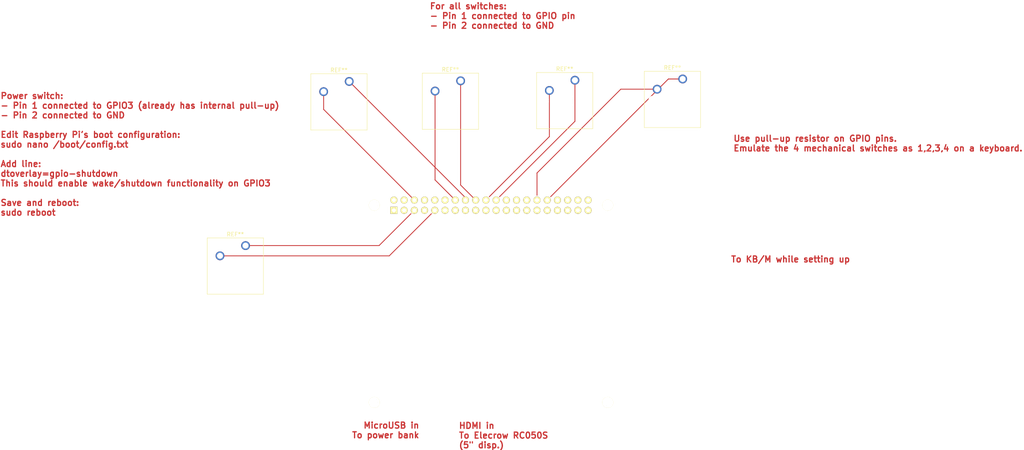
<source format=kicad_pcb>
(kicad_pcb (version 20240108) (generator "pcbnew") (generator_version "8.0")
  (layers (0 "F.Cu" signal) (31 "B.Cu" signal) (34 "B.Paste" user) (35 "F.Paste" user) (36 "B.SilkS" user "B.Silkscreen") (37 "F.SilkS" user "F.Silkscreen") (38 "B.Mask" user) (39 "F.Mask" user) (44 "Edge.Cuts" user))
  (net 0 "")
  (footprint "Button_Switch_Keyboard:SW_Cherry_MX_1.00u_PCB" (layer "F.Cu") (at 161.8488 43.942)
    (property "Reference" "REF**" (at -2.54 -2.794 0) (layer "F.SilkS"))
    (property "Value" "SW_Cherry_MX_1.00u_PCB")
    (fp_line (start -9.525 -1.905) (end 4.445 -1.905) (stroke (width 0.12)) (layer "F.SilkS"))
    (fp_line (start -9.525 12.065) (end -9.525 -1.905) (stroke (width 0.12)) (layer "F.SilkS"))
    (fp_line (start 4.445 -1.905) (end 4.445 12.065) (stroke (width 0.12)) (layer "F.SilkS"))
    (fp_line (start 4.445 12.065) (end -9.525 12.065) (stroke (width 0.12)) (layer "F.SilkS"))
    (pad "" np_thru_hole circle (at -7.62 5.08) (size 1.7 1.7) (drill 1.7) (layers "*.Cu" "*.Mask"))
    (pad "" np_thru_hole circle (at -2.54 5.08) (size 4 4) (drill 4) (layers "*.Cu" "*.Mask"))
    (pad "" np_thru_hole circle (at 2.54 5.08) (size 1.7 1.7) (drill 1.7) (layers "*.Cu" "*.Mask"))
    (pad "1" thru_hole circle (at 0 0) (size 2.2 2.2) (drill 1.5) (layers "*.Cu" "*.Mask"))
    (pad "2" thru_hole circle (at -6.35 2.54) (size 2.2 2.2) (drill 1.5) (layers "*.Cu" "*.Mask"))
  )
  (footprint "RaspberryPi4:raspberrypi_2_3" (layer "F.Cu") (at 141 75)
    (property "Reference" "RP?")
    (property "Value" "Raspberry_Pi_2_3")
    (pad "" np_thru_hole circle (at -29 0) (size 2.75 2.75) (drill 2.75) (layers "*.Cu" "*.Mask" "F.SilkS"))
    (pad "" np_thru_hole circle (at -29 49) (size 2.75 2.75) (drill 2.75) (layers "*.Cu" "*.Mask" "F.SilkS"))
    (pad "" np_thru_hole circle (at 29 0) (size 2.75 2.75) (drill 2.75) (layers "*.Cu" "*.Mask" "F.SilkS"))
    (pad "" np_thru_hole circle (at 29 49) (size 2.75 2.75) (drill 2.75) (layers "*.Cu" "*.Mask" "F.SilkS"))
    (pad "1" thru_hole rect (at -24.13 1.27) (size 1.75 1.75) (drill 1.016) (layers "*.Cu" "*.Mask" "F.SilkS"))
    (pad "2" thru_hole circle (at -24.13 -1.27) (size 1.75 1.75) (drill 1.016) (layers "*.Cu" "*.Mask" "F.SilkS"))
    (pad "3" thru_hole circle (at -21.59 1.27) (size 1.75 1.75) (drill 1.016) (layers "*.Cu" "*.Mask" "F.SilkS"))
    (pad "4" thru_hole circle (at -21.59 -1.27) (size 1.75 1.75) (drill 1.016) (layers "*.Cu" "*.Mask" "F.SilkS"))
    (pad "5" thru_hole circle (at -19.05 1.27) (size 1.75 1.75) (drill 1.016) (layers "*.Cu" "*.Mask" "F.SilkS"))
    (pad "6" thru_hole circle (at -19.05 -1.27) (size 1.75 1.75) (drill 1.016) (layers "*.Cu" "*.Mask" "F.SilkS"))
    (pad "7" thru_hole circle (at -16.51 1.27) (size 1.75 1.75) (drill 1.016) (layers "*.Cu" "*.Mask" "F.SilkS"))
    (pad "8" thru_hole circle (at -16.51 -1.27) (size 1.75 1.75) (drill 1.016) (layers "*.Cu" "*.Mask" "F.SilkS"))
    (pad "9" thru_hole circle (at -13.97 1.27) (size 1.75 1.75) (drill 1.016) (layers "*.Cu" "*.Mask" "F.SilkS"))
    (pad "10" thru_hole circle (at -13.97 -1.27) (size 1.75 1.75) (drill 1.016) (layers "*.Cu" "*.Mask" "F.SilkS"))
    (pad "11" thru_hole circle (at -11.43 1.27) (size 1.75 1.75) (drill 1.016) (layers "*.Cu" "*.Mask" "F.SilkS"))
    (pad "12" thru_hole circle (at -11.43 -1.27) (size 1.75 1.75) (drill 1.016) (layers "*.Cu" "*.Mask" "F.SilkS"))
    (pad "13" thru_hole circle (at -8.89 1.27) (size 1.75 1.75) (drill 1.016) (layers "*.Cu" "*.Mask" "F.SilkS"))
    (pad "14" thru_hole circle (at -8.89 -1.27) (size 1.75 1.75) (drill 1.016) (layers "*.Cu" "*.Mask" "F.SilkS"))
    (pad "15" thru_hole circle (at -6.35 1.27) (size 1.75 1.75) (drill 1.016) (layers "*.Cu" "*.Mask" "F.SilkS"))
    (pad "16" thru_hole circle (at -6.35 -1.27) (size 1.75 1.75) (drill 1.016) (layers "*.Cu" "*.Mask" "F.SilkS"))
    (pad "17" thru_hole circle (at -3.81 1.27) (size 1.75 1.75) (drill 1.016) (layers "*.Cu" "*.Mask" "F.SilkS"))
    (pad "18" thru_hole circle (at -3.81 -1.27) (size 1.75 1.75) (drill 1.016) (layers "*.Cu" "*.Mask" "F.SilkS"))
    (pad "19" thru_hole circle (at -1.27 1.27) (size 1.75 1.75) (drill 1.016) (layers "*.Cu" "*.Mask" "F.SilkS"))
    (pad "20" thru_hole circle (at -1.27 -1.27) (size 1.75 1.75) (drill 1.016) (layers "*.Cu" "*.Mask" "F.SilkS"))
    (pad "21" thru_hole circle (at 1.27 1.27) (size 1.75 1.75) (drill 1.016) (layers "*.Cu" "*.Mask" "F.SilkS"))
    (pad "22" thru_hole circle (at 1.27 -1.27) (size 1.75 1.75) (drill 1.016) (layers "*.Cu" "*.Mask" "F.SilkS"))
    (pad "23" thru_hole circle (at 3.81 1.27) (size 1.75 1.75) (drill 1.016) (layers "*.Cu" "*.Mask" "F.SilkS"))
    (pad "24" thru_hole circle (at 3.81 -1.27) (size 1.75 1.75) (drill 1.016) (layers "*.Cu" "*.Mask" "F.SilkS"))
    (pad "25" thru_hole circle (at 6.35 1.27) (size 1.75 1.75) (drill 1.016) (layers "*.Cu" "*.Mask" "F.SilkS"))
    (pad "26" thru_hole circle (at 6.35 -1.27) (size 1.75 1.75) (drill 1.016) (layers "*.Cu" "*.Mask" "F.SilkS"))
    (pad "27" thru_hole circle (at 8.89 1.27) (size 1.75 1.75) (drill 1.016) (layers "*.Cu" "*.Mask" "F.SilkS"))
    (pad "28" thru_hole circle (at 8.89 -1.27) (size 1.75 1.75) (drill 1.016) (layers "*.Cu" "*.Mask" "F.SilkS"))
    (pad "29" thru_hole circle (at 11.43 1.27) (size 1.75 1.75) (drill 1.016) (layers "*.Cu" "*.Mask" "F.SilkS"))
    (pad "30" thru_hole circle (at 11.43 -1.27) (size 1.75 1.75) (drill 1.016) (layers "*.Cu" "*.Mask" "F.SilkS"))
    (pad "31" thru_hole circle (at 13.97 1.27) (size 1.75 1.75) (drill 1.016) (layers "*.Cu" "*.Mask" "F.SilkS"))
    (pad "32" thru_hole circle (at 13.97 -1.27) (size 1.75 1.75) (drill 1.016) (layers "*.Cu" "*.Mask" "F.SilkS"))
    (pad "33" thru_hole circle (at 16.51 1.27) (size 1.75 1.75) (drill 1.016) (layers "*.Cu" "*.Mask" "F.SilkS"))
    (pad "34" thru_hole circle (at 16.51 -1.27) (size 1.75 1.75) (drill 1.016) (layers "*.Cu" "*.Mask" "F.SilkS"))
    (pad "35" thru_hole circle (at 19.05 1.27) (size 1.75 1.75) (drill 1.016) (layers "*.Cu" "*.Mask" "F.SilkS"))
    (pad "36" thru_hole circle (at 19.05 -1.27) (size 1.75 1.75) (drill 1.016) (layers "*.Cu" "*.Mask" "F.SilkS"))
    (pad "37" thru_hole circle (at 21.59 1.27) (size 1.75 1.75) (drill 1.016) (layers "*.Cu" "*.Mask" "F.SilkS"))
    (pad "38" thru_hole circle (at 21.59 -1.27) (size 1.75 1.75) (drill 1.016) (layers "*.Cu" "*.Mask" "F.SilkS"))
    (pad "39" thru_hole circle (at 24.13 1.27) (size 1.75 1.75) (drill 1.016) (layers "*.Cu" "*.Mask" "F.SilkS"))
    (pad "40" thru_hole circle (at 24.13 -1.27) (size 1.75 1.75) (drill 1.016) (layers "*.Cu" "*.Mask" "F.SilkS"))
  )
  (footprint "Button_Switch_Keyboard:SW_Cherry_MX_1.00u_PCB" (layer "F.Cu") (at 80.01 85.0392)
    (property "Reference" "REF**" (at -2.54 -2.794 0) (layer "F.SilkS"))
    (property "Value" "SW_Cherry_MX_1.00u_PCB")
    (fp_line (start -9.525 -1.905) (end 4.445 -1.905) (stroke (width 0.12)) (layer "F.SilkS"))
    (fp_line (start -9.525 12.065) (end -9.525 -1.905) (stroke (width 0.12)) (layer "F.SilkS"))
    (fp_line (start 4.445 -1.905) (end 4.445 12.065) (stroke (width 0.12)) (layer "F.SilkS"))
    (fp_line (start 4.445 12.065) (end -9.525 12.065) (stroke (width 0.12)) (layer "F.SilkS"))
    (pad "" np_thru_hole circle (at -7.62 5.08) (size 1.7 1.7) (drill 1.7) (layers "*.Cu" "*.Mask"))
    (pad "" np_thru_hole circle (at -2.54 5.08) (size 4 4) (drill 4) (layers "*.Cu" "*.Mask"))
    (pad "" np_thru_hole circle (at 2.54 5.08) (size 1.7 1.7) (drill 1.7) (layers "*.Cu" "*.Mask"))
    (pad "1" thru_hole circle (at 0 0) (size 2.2 2.2) (drill 1.5) (layers "*.Cu" "*.Mask"))
    (pad "2" thru_hole circle (at -6.35 2.54) (size 2.2 2.2) (drill 1.5) (layers "*.Cu" "*.Mask"))
  )
  (footprint "Button_Switch_Keyboard:SW_Cherry_MX_1.00u_PCB" (layer "F.Cu") (at 188.6204 43.6372)
    (property "Reference" "REF**" (at -2.54 -2.794 0) (layer "F.SilkS"))
    (property "Value" "SW_Cherry_MX_1.00u_PCB")
    (fp_line (start -9.525 -1.905) (end 4.445 -1.905) (stroke (width 0.12)) (layer "F.SilkS"))
    (fp_line (start -9.525 12.065) (end -9.525 -1.905) (stroke (width 0.12)) (layer "F.SilkS"))
    (fp_line (start 4.445 -1.905) (end 4.445 12.065) (stroke (width 0.12)) (layer "F.SilkS"))
    (fp_line (start 4.445 12.065) (end -9.525 12.065) (stroke (width 0.12)) (layer "F.SilkS"))
    (pad "" np_thru_hole circle (at -7.62 5.08) (size 1.7 1.7) (drill 1.7) (layers "*.Cu" "*.Mask"))
    (pad "" np_thru_hole circle (at -2.54 5.08) (size 4 4) (drill 4) (layers "*.Cu" "*.Mask"))
    (pad "" np_thru_hole circle (at 2.54 5.08) (size 1.7 1.7) (drill 1.7) (layers "*.Cu" "*.Mask"))
    (pad "1" thru_hole circle (at 0 0) (size 2.2 2.2) (drill 1.5) (layers "*.Cu" "*.Mask"))
    (pad "2" thru_hole circle (at -6.35 2.54) (size 2.2 2.2) (drill 1.5) (layers "*.Cu" "*.Mask"))
  )
  (footprint "Button_Switch_Keyboard:SW_Cherry_MX_1.00u_PCB" (layer "F.Cu") (at 105.7656 44.2468)
    (property "Reference" "REF**" (at -2.54 -2.794 0) (layer "F.SilkS"))
    (property "Value" "SW_Cherry_MX_1.00u_PCB")
    (fp_line (start -9.525 -1.905) (end 4.445 -1.905) (stroke (width 0.12)) (layer "F.SilkS"))
    (fp_line (start -9.525 12.065) (end -9.525 -1.905) (stroke (width 0.12)) (layer "F.SilkS"))
    (fp_line (start 4.445 -1.905) (end 4.445 12.065) (stroke (width 0.12)) (layer "F.SilkS"))
    (fp_line (start 4.445 12.065) (end -9.525 12.065) (stroke (width 0.12)) (layer "F.SilkS"))
    (pad "" np_thru_hole circle (at -7.62 5.08) (size 1.7 1.7) (drill 1.7) (layers "*.Cu" "*.Mask"))
    (pad "" np_thru_hole circle (at -2.54 5.08) (size 4 4) (drill 4) (layers "*.Cu" "*.Mask"))
    (pad "" np_thru_hole circle (at 2.54 5.08) (size 1.7 1.7) (drill 1.7) (layers "*.Cu" "*.Mask"))
    (pad "1" thru_hole circle (at 0 0) (size 2.2 2.2) (drill 1.5) (layers "*.Cu" "*.Mask"))
    (pad "2" thru_hole circle (at -6.35 2.54) (size 2.2 2.2) (drill 1.5) (layers "*.Cu" "*.Mask"))
  )
  (footprint "Button_Switch_Keyboard:SW_Cherry_MX_1.00u_PCB" (layer "F.Cu") (at 133.4516 44.0944)
    (property "Reference" "REF**" (at -2.54 -2.794 0) (layer "F.SilkS"))
    (property "Value" "SW_Cherry_MX_1.00u_PCB")
    (fp_line (start -9.525 -1.905) (end 4.445 -1.905) (stroke (width 0.12)) (layer "F.SilkS"))
    (fp_line (start -9.525 12.065) (end -9.525 -1.905) (stroke (width 0.12)) (layer "F.SilkS"))
    (fp_line (start 4.445 -1.905) (end 4.445 12.065) (stroke (width 0.12)) (layer "F.SilkS"))
    (fp_line (start 4.445 12.065) (end -9.525 12.065) (stroke (width 0.12)) (layer "F.SilkS"))
    (pad "" np_thru_hole circle (at -7.62 5.08) (size 1.7 1.7) (drill 1.7) (layers "*.Cu" "*.Mask"))
    (pad "" np_thru_hole circle (at -2.54 5.08) (size 4 4) (drill 4) (layers "*.Cu" "*.Mask"))
    (pad "" np_thru_hole circle (at 2.54 5.08) (size 1.7 1.7) (drill 1.7) (layers "*.Cu" "*.Mask"))
    (pad "1" thru_hole circle (at 0 0) (size 2.2 2.2) (drill 1.5) (layers "*.Cu" "*.Mask"))
    (pad "2" thru_hole circle (at -6.35 2.54) (size 2.2 2.2) (drill 1.5) (layers "*.Cu" "*.Mask"))
  )
  (gr_text "HDMI in\nTo Elecrow RC050S\n(5{dblquote} disp.)" (at 132.8928 135.4836 0) (layer "F.Cu") (effects (font (size 1.5 1.5) (thickness 0.3) (bold yes)) (justify left bottom)))
  (gr_text "MicroUSB in\nTo power bank" (at 123.2916 132.9944 0) (layer "F.Cu") (effects (font (size 1.5 1.5) (thickness 0.3) (bold yes)) (justify right bottom)))
  (gr_text "To KB/M while setting up" (at 200.5076 89.3064 0) (layer "F.Cu") (effects (font (size 1.5 1.5) (thickness 0.3) (bold yes)) (justify left bottom)))
  (gr_text "Power switch:\n- Pin 1 connected to GPIO3 (already has internal pull-up)\n- Pin 2 connected to GND\n\nEdit Raspberry Pi's boot configuration:\nsudo nano /boot/config.txt\n\nAdd line:\ndtoverlay=gpio-shutdown\nThis should enable wake/shutdown functionality on GPIO3\n\nSave and reboot:\nsudo reboot" (at 18.9992 77.6732 0) (layer "F.Cu") (effects (font (size 1.5 1.5) (thickness 0.3) (bold yes)) (justify left bottom)))
  (gr_text "Use pull-up resistor on GPIO pins.\nEmulate the 4 mechanical switches as 1,2,3,4 on a keyboard." (at 201.1172 61.722 0) (layer "F.Cu") (effects (font (size 1.5 1.5) (thickness 0.3) (bold yes)) (justify left bottom)))
  (gr_text "For all switches:\n- Pin 1 connected to GPIO pin\n- Pin 2 connected to GND" (at 125.6792 31.242 0) (layer "F.Cu") (effects (font (size 1.5 1.5) (thickness 0.3) (bold yes)) (justify left bottom)))
  (segment (start 133.4516 69.9916) (end 137.19 73.73) (width 0.2) (layer "F.Cu") (net 0))
  (segment (start 105.7656 44.2468) (end 134.65 73.1312) (width 0.2) (layer "F.Cu") (net 0))
  (segment (start 185.0628 43.6372) (end 155.80085 72.89915) (width 0.2) (layer "F.Cu") (net 0))
  (segment (start 127.1016 68.7216) (end 132.11 73.73) (width 0.2) (layer "F.Cu") (net 0))
  (segment (start 155.4988 46.482) (end 155.4988 57.9612) (width 0.2) (layer "F.Cu") (net 0))
  (segment (start 115.7208 87.5792) (end 126.19915 77.10085) (width 0.2) (layer "F.Cu") (net 0))
  (segment (start 161.8488 54.1512) (end 143.10085 72.89915) (width 0.2) (layer "F.Cu") (net 0))
  (segment (start 182.2704 46.1772) (end 173.241099 46.1772) (width 0.2) (layer "F.Cu") (net 0))
  (segment (start 80.01 85.0392) (end 113.180801 85.0392) (width 0.2) (layer "F.Cu") (net 0))
  (segment (start 133.4516 44.0944) (end 133.4516 69.9916) (width 0.2) (layer "F.Cu") (net 0))
  (segment (start 155.4988 57.9612) (end 140.56085 72.89915) (width 0.2) (layer "F.Cu") (net 0))
  (segment (start 127.1016 46.6344) (end 127.1016 68.7216) (width 0.2) (layer "F.Cu") (net 0))
  (segment (start 73.66 87.5792) (end 115.7208 87.5792) (width 0.2) (layer "F.Cu") (net 0))
  (segment (start 188.6204 43.6372) (end 185.0628 43.6372) (width 0.2) (layer "F.Cu") (net 0))
  (segment (start 161.8488 43.942) (end 161.8488 54.1512) (width 0.2) (layer "F.Cu") (net 0))
  (segment (start 134.65 73.1312) (end 134.65 73.73) (width 0.2) (layer "F.Cu") (net 0))
  (segment (start 173.241099 46.1772) (end 152.43 66.988299) (width 0.2) (layer "F.Cu") (net 0))
  (segment (start 113.180801 85.0392) (end 121.11915 77.100851) (width 0.2) (layer "F.Cu") (net 0))
  (segment (start 99.4156 51.1956) (end 121.95 73.73) (width 0.2) (layer "F.Cu") (net 0))
  (segment (start 99.4156 46.7868) (end 99.4156 51.1956) (width 0.2) (layer "F.Cu") (net 0))
  (segment (start 152.43 66.988299) (end 152.43 72.555) (width 0.2) (layer "F.Cu") (net 0))
)
</source>
